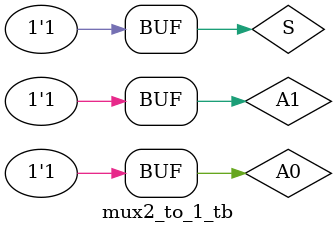
<source format=v>
module mux2_to_1_tb;
  reg A0,A1,S;
  wire O;
  
 mux2_to_1 Mux2to1(.out(O),.i0(A0),.i1(A1),.s0(S));
  initial 
  begin
    A0=1'b0;
    A1=1'b0;
    S=1'b0;
    #10;
    A0=1'b0;
    A1=1'b0;
    S=1'b1;
    #10;
    A0=1'b0;
    A1=1'b1;
    S=1'b0;
    #10;
    A0=1'b0;
    A1=1'b1;
    S=1'b1;
    #10;
    A0=1'b1;
    A1=1'b0;
    S=1'b0;
    #10; 
    A0=1'b1;
    A1=1'b0;
    S=1'b1;
    #10; 
    A0=1'b1;
    A1=1'b1;
    S=1'b0;
    #10;
    A0=1'b1;
    A1=1'b1;
    S=1'b1;
    #10;
    
  end
  
endmodule 




</source>
